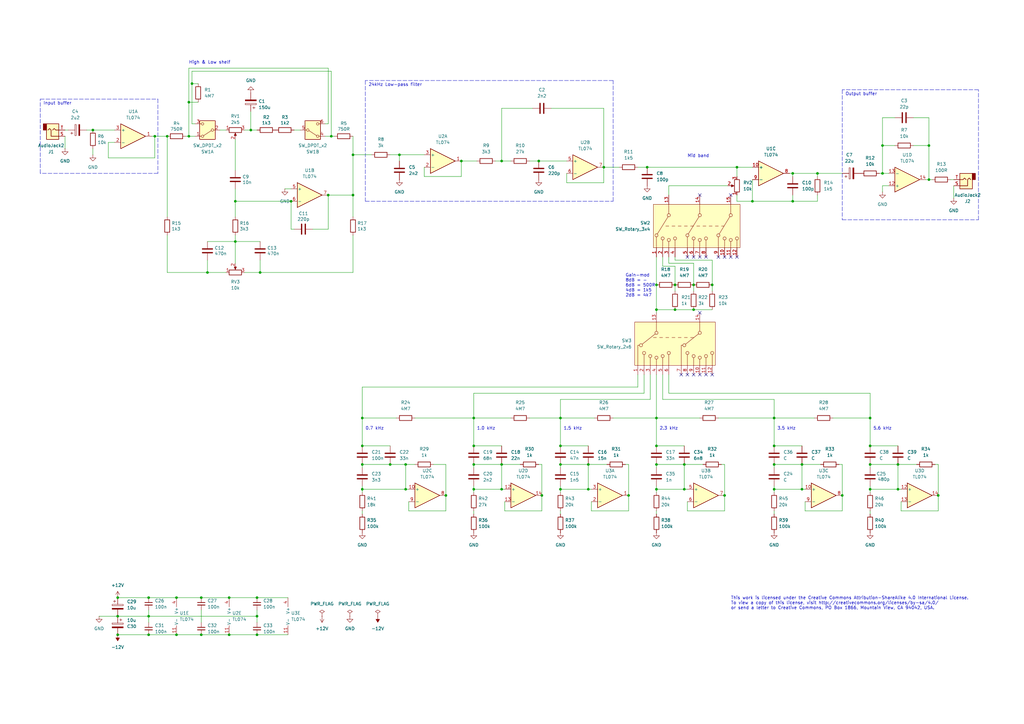
<source format=kicad_sch>
(kicad_sch (version 20231120) (generator "eeschema") (generator_version "8.0")
  (paper "A3")
  (title_block (title "SIAM 295b") (date "2024-05-10") (rev "06") (company "Greybox Audio") (comment 1 "Siemens Inspired Audio Module") (comment 2 "=^x^="))
  (junction (at 135.89 55.88))
  (junction (at 292.1 116.84))
  (junction (at 134.62 80.01))
  (junction (at 96.52 99.06))
  (junction (at 160.02 190.5))
  (junction (at 85.09 111.76))
  (junction (at 361.95 59.69))
  (junction (at 317.5 200.66))
  (junction (at 148.59 200.66))
  (junction (at 356.87 190.5))
  (junction (at 269.24 190.5))
  (junction (at 163.83 63.5))
  (junction (at 335.28 71.12))
  (junction (at 308.61 82.55))
  (junction (at 77.47 55.88))
  (junction (at 96.52 82.55))
  (junction (at 194.31 200.66))
  (junction (at 269.24 171.45))
  (junction (at 222.25 203.2))
  (junction (at 60.96 260.35))
  (junction (at 265.43 68.58))
  (junction (at 148.59 171.45))
  (junction (at 280.67 200.66))
  (junction (at 148.59 190.5))
  (junction (at 72.39 245.11))
  (junction (at 317.5 190.5))
  (junction (at 144.78 80.01))
  (junction (at 328.93 190.5))
  (junction (at 229.87 171.45))
  (junction (at 82.55 245.11))
  (junction (at 189.23 66.04))
  (junction (at 368.3 190.5))
  (junction (at 284.48 127))
  (junction (at 229.87 190.5))
  (junction (at 241.3 190.5))
  (junction (at 194.31 182.88))
  (junction (at 38.1 53.34))
  (junction (at 166.37 200.66))
  (junction (at 68.58 55.88))
  (junction (at 345.44 203.2))
  (junction (at 48.26 260.35))
  (junction (at 368.3 200.66))
  (junction (at 205.74 190.5))
  (junction (at 119.38 82.55))
  (junction (at 229.87 182.88))
  (junction (at 144.78 63.5))
  (junction (at 302.26 68.58))
  (junction (at 93.98 260.35))
  (junction (at 105.41 245.11))
  (junction (at 317.5 171.45))
  (junction (at 72.39 260.35))
  (junction (at 102.87 53.34))
  (junction (at 78.74 34.29))
  (junction (at 276.86 116.84))
  (junction (at 63.5 55.88))
  (junction (at 384.81 203.2))
  (junction (at 269.24 127))
  (junction (at 60.96 245.11))
  (junction (at 361.95 71.12))
  (junction (at 269.24 200.66))
  (junction (at 356.87 200.66))
  (junction (at 325.12 71.12))
  (junction (at 280.67 190.5))
  (junction (at 247.65 68.58))
  (junction (at 106.68 111.76))
  (junction (at 269.24 182.88))
  (junction (at 182.88 203.2))
  (junction (at 220.98 66.04))
  (junction (at 48.26 252.73))
  (junction (at 257.81 203.2))
  (junction (at 317.5 182.88))
  (junction (at 284.48 116.84))
  (junction (at 229.87 200.66))
  (junction (at 60.96 252.73))
  (junction (at 205.74 200.66))
  (junction (at 325.12 82.55))
  (junction (at 194.31 190.5))
  (junction (at 93.98 245.11))
  (junction (at 269.24 116.84))
  (junction (at 105.41 252.73))
  (junction (at 381 73.66))
  (junction (at 297.18 203.2))
  (junction (at 381 59.69))
  (junction (at 194.31 171.45))
  (junction (at 356.87 182.88))
  (junction (at 328.93 200.66))
  (junction (at 82.55 260.35))
  (junction (at 148.59 182.88))
  (junction (at 166.37 190.5))
  (junction (at 356.87 171.45))
  (junction (at 105.41 260.35))
  (junction (at 205.74 66.04))
  (junction (at 241.3 200.66))
  (junction (at 77.47 41.91))
  (junction (at 276.86 127))
  (junction (at 48.26 245.11))
  (no_connect (at 279.4 153.67))
  (no_connect (at 281.94 153.67))
  (no_connect (at 284.48 153.67))
  (no_connect (at 287.02 128.27))
  (no_connect (at 287.02 153.67))
  (no_connect (at 289.56 153.67))
  (no_connect (at 292.1 153.67))
  (no_connect (at 294.64 105.41))
  (no_connect (at 297.18 105.41))
  (no_connect (at 299.72 105.41))
  (no_connect (at 302.26 105.41))
  (no_connect (at 281.94 105.41))
  (no_connect (at 284.48 105.41))
  (no_connect (at 287.02 105.41))
  (no_connect (at 289.56 105.41))
  (no_connect (at 287.02 80.01))
  (no_connect (at 299.72 80.01))
  (wire (pts (xy 335.28 71.12) (xy 335.28 72.39)))
  (wire (pts (xy 76.2 55.88) (xy 77.47 55.88)))
  (wire (pts (xy 356.87 190.5) (xy 368.3 190.5)))
  (wire (pts (xy 391.16 76.2) (xy 391.16 81.28)))
  (wire (pts (xy 361.95 48.26) (xy 361.95 59.69)))
  (wire (pts (xy 335.28 82.55) (xy 325.12 82.55)))
  (wire (pts (xy 274.32 153.67) (xy 274.32 161.29)))
  (wire (pts (xy 374.65 59.69) (xy 381 59.69)))
  (wire (pts (xy 105.41 252.73) (xy 105.41 255.27)))
  (wire (pts (xy 269.24 209.55) (xy 269.24 210.82)))
  (wire (pts (xy 356.87 161.29) (xy 356.87 171.45)))
  (wire (pts (xy 317.5 200.66) (xy 328.93 200.66)))
  (wire (pts (xy 297.18 190.5) (xy 297.18 203.2)))
  (wire (pts (xy 134.62 80.01) (xy 144.78 80.01)))
  (wire (pts (xy 167.64 205.74) (xy 167.64 209.55)))
  (wire (pts (xy 77.47 41.91) (xy 77.47 55.88)))
  (wire (pts (xy 383.54 190.5) (xy 384.81 190.5)))
  (wire (pts (xy 78.74 29.21) (xy 78.74 34.29)))
  (wire (pts (xy 241.3 200.66) (xy 242.57 200.66)))
  (wire (pts (xy 276.86 106.68) (xy 276.86 105.41)))
  (wire (pts (xy 368.3 200.66) (xy 369.57 200.66)))
  (wire (pts (xy 229.87 171.45) (xy 229.87 182.88)))
  (wire (pts (xy 78.74 34.29) (xy 81.28 34.29)))
  (wire (pts (xy 302.26 82.55) (xy 302.26 80.01)))
  (wire (pts (xy 144.78 80.01) (xy 144.78 88.9)))
  (wire (pts (xy 323.85 71.12) (xy 325.12 71.12)))
  (wire (pts (xy 40.64 252.73) (xy 48.26 252.73)))
  (wire (pts (xy 85.09 99.06) (xy 96.52 99.06)))
  (wire (pts (xy 194.31 209.55) (xy 194.31 210.82)))
  (wire (pts (xy 78.74 34.29) (xy 78.74 50.8)))
  (wire (pts (xy 356.87 209.55) (xy 356.87 210.82)))
  (wire (pts (xy 194.31 190.5) (xy 205.74 190.5)))
  (wire (pts (xy 389.89 73.66) (xy 391.16 73.66)))
  (wire (pts (xy 177.8 190.5) (xy 182.88 190.5)))
  (wire (pts (xy 229.87 209.55) (xy 229.87 210.82)))
  (wire (pts (xy 269.24 190.5) (xy 280.67 190.5)))
  (wire (pts (xy 317.5 171.45) (xy 317.5 163.83)))
  (wire (pts (xy 194.31 200.66) (xy 205.74 200.66)))
  (wire (pts (xy 148.59 190.5) (xy 148.59 191.77)))
  (wire (pts (xy 381 48.26) (xy 381 59.69)))
  (wire (pts (xy 100.33 111.76) (xy 106.68 111.76)))
  (wire (pts (xy 269.24 171.45) (xy 269.24 182.88)))
  (wire (pts (xy 222.25 209.55) (xy 222.25 203.2)))
  (wire (pts (xy 106.68 111.76) (xy 144.78 111.76)))
  (wire (pts (xy 328.93 190.5) (xy 336.55 190.5)))
  (wire (pts (xy 381 73.66) (xy 381 59.69)))
  (wire (pts (xy 257.81 190.5) (xy 257.81 203.2)))
  (wire (pts (xy 266.7 163.83) (xy 266.7 153.67)))
  (wire (pts (xy 308.61 82.55) (xy 302.26 82.55)))
  (wire (pts (xy 292.1 106.68) (xy 276.86 106.68)))
  (wire (pts (xy 44.45 58.42) (xy 44.45 64.77)))
  (wire (pts (xy 102.87 45.72) (xy 102.87 53.34)))
  (wire (pts (xy 247.65 44.45) (xy 247.65 68.58)))
  (wire (pts (xy 381 73.66) (xy 382.27 73.66)))
  (wire (pts (xy 133.35 50.8) (xy 134.62 50.8)))
  (wire (pts (xy 160.02 182.88) (xy 148.59 182.88)))
  (wire (pts (xy 276.86 116.84) (xy 276.86 109.22)))
  (wire (pts (xy 48.26 245.11) (xy 60.96 245.11)))
  (wire (pts (xy 242.57 209.55) (xy 257.81 209.55)))
  (wire (pts (xy 356.87 200.66) (xy 368.3 200.66)))
  (wire (pts (xy 284.48 116.84) (xy 284.48 107.95)))
  (wire (pts (xy 297.18 209.55) (xy 297.18 203.2)))
  (polyline (pts (xy 149.86 33.02) (xy 149.86 82.55)) (stroke (width 0) (type dash)))
  (wire (pts (xy 341.63 171.45) (xy 356.87 171.45)))
  (wire (pts (xy 120.65 93.98) (xy 119.38 93.98)))
  (wire (pts (xy 229.87 163.83) (xy 266.7 163.83)))
  (wire (pts (xy 222.25 190.5) (xy 222.25 203.2)))
  (wire (pts (xy 317.5 199.39) (xy 317.5 200.66)))
  (wire (pts (xy 68.58 55.88) (xy 68.58 88.9)))
  (wire (pts (xy 251.46 171.45) (xy 269.24 171.45)))
  (wire (pts (xy 369.57 209.55) (xy 384.81 209.55)))
  (polyline (pts (xy 16.51 40.64) (xy 64.77 40.64)) (stroke (width 0) (type dash)))
  (wire (pts (xy 78.74 29.21) (xy 135.89 29.21)))
  (wire (pts (xy 105.41 245.11) (xy 118.11 245.11)))
  (wire (pts (xy 367.03 48.26) (xy 361.95 48.26)))
  (wire (pts (xy 205.74 66.04) (xy 209.55 66.04)))
  (polyline (pts (xy 64.77 71.12) (xy 16.51 71.12)) (stroke (width 0) (type dash)))
  (wire (pts (xy 369.57 205.74) (xy 369.57 209.55)))
  (wire (pts (xy 361.95 76.2) (xy 364.49 76.2)))
  (wire (pts (xy 144.78 63.5) (xy 152.4 63.5)))
  (wire (pts (xy 280.67 200.66) (xy 281.94 200.66)))
  (wire (pts (xy 182.88 190.5) (xy 182.88 203.2)))
  (wire (pts (xy 48.26 252.73) (xy 60.96 252.73)))
  (wire (pts (xy 317.5 163.83) (xy 271.78 163.83)))
  (wire (pts (xy 328.93 190.5) (xy 328.93 200.66)))
  (wire (pts (xy 274.32 76.2) (xy 298.45 76.2)))
  (wire (pts (xy 264.16 161.29) (xy 264.16 153.67)))
  (wire (pts (xy 241.3 182.88) (xy 229.87 182.88)))
  (wire (pts (xy 160.02 190.5) (xy 166.37 190.5)))
  (wire (pts (xy 226.06 44.45) (xy 247.65 44.45)))
  (wire (pts (xy 144.78 80.01) (xy 144.78 63.5)))
  (wire (pts (xy 189.23 66.04) (xy 195.58 66.04)))
  (wire (pts (xy 96.52 96.52) (xy 96.52 99.06)))
  (wire (pts (xy 148.59 200.66) (xy 166.37 200.66)))
  (wire (pts (xy 345.44 190.5) (xy 345.44 203.2)))
  (wire (pts (xy 308.61 73.66) (xy 308.61 82.55)))
  (wire (pts (xy 284.48 127) (xy 292.1 127)))
  (wire (pts (xy 116.84 77.47) (xy 119.38 77.47)))
  (wire (pts (xy 269.24 200.66) (xy 269.24 201.93)))
  (wire (pts (xy 280.67 190.5) (xy 288.29 190.5)))
  (wire (pts (xy 105.41 260.35) (xy 118.11 260.35)))
  (wire (pts (xy 148.59 199.39) (xy 148.59 200.66)))
  (wire (pts (xy 194.31 171.45) (xy 194.31 161.29)))
  (wire (pts (xy 96.52 77.47) (xy 96.52 82.55)))
  (wire (pts (xy 243.84 171.45) (xy 229.87 171.45)))
  (wire (pts (xy 133.35 55.88) (xy 135.89 55.88)))
  (wire (pts (xy 82.55 245.11) (xy 93.98 245.11)))
  (wire (pts (xy 317.5 209.55) (xy 317.5 210.82)))
  (wire (pts (xy 280.67 190.5) (xy 280.67 200.66)))
  (wire (pts (xy 96.52 82.55) (xy 119.38 82.55)))
  (wire (pts (xy 203.2 66.04) (xy 205.74 66.04)))
  (wire (pts (xy 166.37 190.5) (xy 166.37 200.66)))
  (wire (pts (xy 182.88 209.55) (xy 182.88 203.2)))
  (wire (pts (xy 90.17 53.34) (xy 92.71 53.34)))
  (wire (pts (xy 241.3 190.5) (xy 248.92 190.5)))
  (wire (pts (xy 284.48 107.95) (xy 274.32 107.95)))
  (wire (pts (xy 335.28 71.12) (xy 345.44 71.12)))
  (wire (pts (xy 60.96 260.35) (xy 72.39 260.35)))
  (wire (pts (xy 173.99 72.39) (xy 189.23 72.39)))
  (wire (pts (xy 166.37 200.66) (xy 167.64 200.66)))
  (wire (pts (xy 194.31 200.66) (xy 194.31 201.93)))
  (wire (pts (xy 361.95 71.12) (xy 361.95 59.69)))
  (wire (pts (xy 205.74 190.5) (xy 205.74 200.66)))
  (wire (pts (xy 356.87 190.5) (xy 356.87 191.77)))
  (wire (pts (xy 256.54 190.5) (xy 257.81 190.5)))
  (wire (pts (xy 229.87 190.5) (xy 229.87 191.77)))
  (wire (pts (xy 229.87 163.83) (xy 229.87 171.45)))
  (wire (pts (xy 317.5 200.66) (xy 317.5 201.93)))
  (polyline (pts (xy 251.46 33.02) (xy 149.86 33.02)) (stroke (width 0) (type dash)))
  (wire (pts (xy 229.87 200.66) (xy 229.87 201.93)))
  (wire (pts (xy 96.52 82.55) (xy 96.52 88.9)))
  (wire (pts (xy 119.38 82.55) (xy 119.38 93.98)))
  (wire (pts (xy 292.1 106.68) (xy 292.1 116.84)))
  (wire (pts (xy 271.78 163.83) (xy 271.78 153.67)))
  (wire (pts (xy 134.62 93.98) (xy 128.27 93.98)))
  (wire (pts (xy 163.83 63.5) (xy 160.02 63.5)))
  (wire (pts (xy 265.43 68.58) (xy 302.26 68.58)))
  (wire (pts (xy 276.86 127) (xy 269.24 127)))
  (wire (pts (xy 205.74 66.04) (xy 205.74 44.45)))
  (wire (pts (xy 335.28 80.01) (xy 335.28 82.55)))
  (wire (pts (xy 194.31 199.39) (xy 194.31 200.66)))
  (wire (pts (xy 325.12 71.12) (xy 325.12 72.39)))
  (wire (pts (xy 360.68 71.12) (xy 361.95 71.12)))
  (wire (pts (xy 261.62 158.75) (xy 148.59 158.75)))
  (wire (pts (xy 207.01 209.55) (xy 222.25 209.55)))
  (wire (pts (xy 35.56 53.34) (xy 38.1 53.34)))
  (wire (pts (xy 361.95 76.2) (xy 361.95 78.74)))
  (wire (pts (xy 274.32 76.2) (xy 274.32 80.01)))
  (wire (pts (xy 368.3 182.88) (xy 356.87 182.88)))
  (wire (pts (xy 173.99 68.58) (xy 173.99 72.39)))
  (wire (pts (xy 68.58 96.52) (xy 68.58 111.76)))
  (wire (pts (xy 96.52 57.15) (xy 96.52 69.85)))
  (wire (pts (xy 77.47 27.94) (xy 77.47 41.91)))
  (wire (pts (xy 345.44 209.55) (xy 345.44 203.2)))
  (wire (pts (xy 281.94 209.55) (xy 297.18 209.55)))
  (wire (pts (xy 148.59 200.66) (xy 148.59 201.93)))
  (wire (pts (xy 93.98 245.11) (xy 105.41 245.11)))
  (wire (pts (xy 106.68 106.68) (xy 106.68 111.76)))
  (wire (pts (xy 220.98 190.5) (xy 222.25 190.5)))
  (wire (pts (xy 26.67 53.34) (xy 27.94 53.34)))
  (wire (pts (xy 269.24 116.84) (xy 269.24 127)))
  (wire (pts (xy 148.59 158.75) (xy 148.59 171.45)))
  (wire (pts (xy 302.26 68.58) (xy 302.26 72.39)))
  (wire (pts (xy 330.2 205.74) (xy 330.2 209.55)))
  (wire (pts (xy 205.74 190.5) (xy 213.36 190.5)))
  (wire (pts (xy 60.96 252.73) (xy 60.96 255.27)))
  (wire (pts (xy 328.93 200.66) (xy 330.2 200.66)))
  (polyline (pts (xy 345.44 90.17) (xy 401.32 90.17)) (stroke (width 0) (type dash)))
  (wire (pts (xy 269.24 190.5) (xy 269.24 191.77)))
  (wire (pts (xy 276.86 127) (xy 284.48 127)))
  (wire (pts (xy 205.74 182.88) (xy 194.31 182.88)))
  (wire (pts (xy 44.45 64.77) (xy 63.5 64.77)))
  (wire (pts (xy 379.73 73.66) (xy 381 73.66)))
  (wire (pts (xy 269.24 200.66) (xy 280.67 200.66)))
  (wire (pts (xy 269.24 105.41) (xy 269.24 116.84)))
  (wire (pts (xy 38.1 53.34) (xy 46.99 53.34)))
  (wire (pts (xy 68.58 111.76) (xy 85.09 111.76)))
  (wire (pts (xy 356.87 200.66) (xy 356.87 201.93)))
  (wire (pts (xy 48.26 260.35) (xy 60.96 260.35)))
  (wire (pts (xy 294.64 171.45) (xy 317.5 171.45)))
  (wire (pts (xy 205.74 200.66) (xy 207.01 200.66)))
  (wire (pts (xy 85.09 111.76) (xy 92.71 111.76)))
  (wire (pts (xy 261.62 68.58) (xy 265.43 68.58)))
  (wire (pts (xy 163.83 66.04) (xy 163.83 63.5)))
  (wire (pts (xy 229.87 199.39) (xy 229.87 200.66)))
  (wire (pts (xy 325.12 71.12) (xy 335.28 71.12)))
  (wire (pts (xy 163.83 63.5) (xy 173.99 63.5)))
  (wire (pts (xy 232.41 74.93) (xy 247.65 74.93)))
  (wire (pts (xy 148.59 190.5) (xy 160.02 190.5)))
  (wire (pts (xy 317.5 190.5) (xy 317.5 191.77)))
  (wire (pts (xy 166.37 190.5) (xy 170.18 190.5)))
  (wire (pts (xy 194.31 190.5) (xy 194.31 191.77)))
  (wire (pts (xy 271.78 109.22) (xy 271.78 105.41)))
  (wire (pts (xy 96.52 99.06) (xy 96.52 107.95)))
  (wire (pts (xy 242.57 205.74) (xy 242.57 209.55)))
  (wire (pts (xy 77.47 55.88) (xy 80.01 55.88)))
  (wire (pts (xy 308.61 82.55) (xy 325.12 82.55)))
  (polyline (pts (xy 16.51 71.12) (xy 16.51 40.64)) (stroke (width 0) (type dash)))
  (wire (pts (xy 72.39 260.35) (xy 82.55 260.35)))
  (wire (pts (xy 330.2 209.55) (xy 345.44 209.55)))
  (wire (pts (xy 317.5 171.45) (xy 317.5 182.88)))
  (polyline (pts (xy 251.46 82.55) (xy 251.46 33.02)) (stroke (width 0) (type dash)))
  (polyline (pts (xy 345.44 36.83) (xy 345.44 90.17)) (stroke (width 0) (type dash)))
  (wire (pts (xy 148.59 209.55) (xy 148.59 210.82)))
  (wire (pts (xy 194.31 171.45) (xy 194.31 182.88)))
  (wire (pts (xy 276.86 109.22) (xy 271.78 109.22)))
  (wire (pts (xy 60.96 252.73) (xy 105.41 252.73)))
  (wire (pts (xy 368.3 190.5) (xy 375.92 190.5)))
  (wire (pts (xy 63.5 55.88) (xy 68.58 55.88)))
  (wire (pts (xy 374.65 48.26) (xy 381 48.26)))
  (wire (pts (xy 356.87 199.39) (xy 356.87 200.66)))
  (wire (pts (xy 63.5 55.88) (xy 63.5 64.77)))
  (wire (pts (xy 38.1 60.96) (xy 38.1 63.5)))
  (wire (pts (xy 229.87 190.5) (xy 241.3 190.5)))
  (wire (pts (xy 137.16 55.88) (xy 135.89 55.88)))
  (wire (pts (xy 261.62 153.67) (xy 261.62 158.75)))
  (wire (pts (xy 217.17 171.45) (xy 229.87 171.45)))
  (wire (pts (xy 144.78 63.5) (xy 144.78 55.88)))
  (wire (pts (xy 325.12 80.01) (xy 325.12 82.55)))
  (wire (pts (xy 302.26 68.58) (xy 308.61 68.58)))
  (wire (pts (xy 284.48 116.84) (xy 284.48 119.38)))
  (wire (pts (xy 85.09 106.68) (xy 85.09 111.76)))
  (wire (pts (xy 207.01 205.74) (xy 207.01 209.55)))
  (wire (pts (xy 60.96 250.19) (xy 60.96 252.73)))
  (wire (pts (xy 269.24 127) (xy 269.24 128.27)))
  (wire (pts (xy 134.62 80.01) (xy 134.62 93.98)))
  (wire (pts (xy 328.93 182.88) (xy 317.5 182.88)))
  (wire (pts (xy 77.47 41.91) (xy 81.28 41.91)))
  (wire (pts (xy 44.45 58.42) (xy 46.99 58.42)))
  (wire (pts (xy 368.3 190.5) (xy 368.3 200.66)))
  (wire (pts (xy 280.67 182.88) (xy 269.24 182.88)))
  (wire (pts (xy 356.87 171.45) (xy 356.87 182.88)))
  (wire (pts (xy 269.24 199.39) (xy 269.24 200.66)))
  (wire (pts (xy 148.59 171.45) (xy 148.59 182.88)))
  (wire (pts (xy 134.62 27.94) (xy 134.62 50.8)))
  (wire (pts (xy 292.1 116.84) (xy 292.1 119.38)))
  (wire (pts (xy 194.31 171.45) (xy 209.55 171.45)))
  (wire (pts (xy 100.33 53.34) (xy 102.87 53.34)))
  (wire (pts (xy 170.18 171.45) (xy 194.31 171.45)))
  (wire (pts (xy 257.81 209.55) (xy 257.81 203.2)))
  (wire (pts (xy 60.96 245.11) (xy 72.39 245.11)))
  (wire (pts (xy 361.95 71.12) (xy 364.49 71.12)))
  (wire (pts (xy 96.52 99.06) (xy 106.68 99.06)))
  (wire (pts (xy 220.98 66.04) (xy 232.41 66.04)))
  (wire (pts (xy 80.01 50.8) (xy 78.74 50.8)))
  (wire (pts (xy 135.89 29.21) (xy 135.89 55.88)))
  (wire (pts (xy 269.24 153.67) (xy 269.24 171.45)))
  (wire (pts (xy 232.41 71.12) (xy 232.41 74.93)))
  (wire (pts (xy 105.41 250.19) (xy 105.41 252.73)))
  (wire (pts (xy 144.78 96.52) (xy 144.78 111.76)))
  (wire (pts (xy 269.24 171.45) (xy 287.02 171.45)))
  (polyline (pts (xy 401.32 90.17) (xy 401.32 36.83)) (stroke (width 0) (type dash)))
  (wire (pts (xy 102.87 53.34) (xy 105.41 53.34)))
  (wire (pts (xy 217.17 66.04) (xy 220.98 66.04)))
  (wire (pts (xy 82.55 260.35) (xy 93.98 260.35)))
  (polyline (pts (xy 401.32 36.83) (xy 345.44 36.83)) (stroke (width 0) (type dash)))
  (wire (pts (xy 205.74 44.45) (xy 218.44 44.45)))
  (wire (pts (xy 229.87 200.66) (xy 241.3 200.66)))
  (wire (pts (xy 384.81 190.5) (xy 384.81 203.2)))
  (wire (pts (xy 26.67 55.88) (xy 26.67 60.96)))
  (wire (pts (xy 62.23 55.88) (xy 63.5 55.88)))
  (wire (pts (xy 167.64 209.55) (xy 182.88 209.55)))
  (wire (pts (xy 77.47 27.94) (xy 134.62 27.94)))
  (wire (pts (xy 317.5 190.5) (xy 328.93 190.5)))
  (polyline (pts (xy 149.86 82.55) (xy 251.46 82.55)) (stroke (width 0) (type dash)))
  (wire (pts (xy 194.31 161.29) (xy 264.16 161.29)))
  (wire (pts (xy 189.23 72.39) (xy 189.23 66.04)))
  (wire (pts (xy 274.32 107.95) (xy 274.32 105.41)))
  (wire (pts (xy 72.39 245.11) (xy 82.55 245.11)))
  (wire (pts (xy 384.81 209.55) (xy 384.81 203.2)))
  (wire (pts (xy 344.17 190.5) (xy 345.44 190.5)))
  (wire (pts (xy 295.91 190.5) (xy 297.18 190.5)))
  (wire (pts (xy 276.86 116.84) (xy 276.86 119.38)))
  (polyline (pts (xy 64.77 40.64) (xy 64.77 71.12)) (stroke (width 0) (type dash)))
  (wire (pts (xy 148.59 171.45) (xy 162.56 171.45)))
  (wire (pts (xy 317.5 171.45) (xy 334.01 171.45)))
  (wire (pts (xy 120.65 53.34) (xy 123.19 53.34)))
  (wire (pts (xy 93.98 260.35) (xy 105.41 260.35)))
  (wire (pts (xy 281.94 205.74) (xy 281.94 209.55)))
  (wire (pts (xy 247.65 68.58) (xy 254 68.58)))
  (wire (pts (xy 82.55 250.19) (xy 82.55 255.27)))
  (wire (pts (xy 361.95 59.69) (xy 367.03 59.69)))
  (wire (pts (xy 241.3 190.5) (xy 241.3 200.66)))
  (wire (pts (xy 274.32 161.29) (xy 356.87 161.29)))
  (wire (pts (xy 247.65 74.93) (xy 247.65 68.58)))
  (text "5.6 kHz" (at 358.14 176.53 0) (effects (font (size 1.27 1.27)) (justify left bottom)))
  (text "1.0 kHz" (at 195.58 176.53 0) (effects (font (size 1.27 1.27)) (justify left bottom)))
  (text "High & Low shelf" (at 77.47 26.416 0) (effects (font (size 1.27 1.27)) (justify left bottom)))
  (text "0.7 kHz" (at 149.86 176.53 0) (effects (font (size 1.27 1.27)) (justify left bottom)))
  (text "Gain-mod\n8dB = -\n6dB = 500R\n4dB = 1k5\n2dB = 4k7" (at 256.54 121.92 0) (effects (font (size 1.27 1.27)) (justify left bottom)))
  (text "1.5 kHz" (at 231.14 176.53 0) (effects (font (size 1.27 1.27)) (justify left bottom)))
  (text "Output buffer" (at 346.71 39.37 0) (effects (font (size 1.27 1.27)) (justify left bottom)))
  (text "2.3 kHz" (at 270.51 176.53 0) (effects (font (size 1.27 1.27)) (justify left bottom)))
  (text "Input buffer" (at 17.78 43.18 0) (effects (font (size 1.27 1.27)) (justify left bottom)))
  (text "3.5 kHz" (at 318.77 176.53 0) (effects (font (size 1.27 1.27)) (justify left bottom)))
  (text "24kHz Low-pass filter" (at 151.13 35.56 0) (effects (font (size 1.27 1.27)) (justify left bottom)))
  (text "Mid band" (at 281.94 64.77 0) (effects (font (size 1.27 1.27)) (justify left bottom)))
  (text "This work is licensed under the Creative Commons Attribution-ShareAlike 4.0 International License.\nTo view a copy of this license, visit http://creativecommons.org/licenses/by-sa/4.0/\nor send a letter to Creative Commons, PO Box 1866, Mountain View, CA 94042, USA." (at 299.72 250.19 0) (effects (font (size 1.27 1.27)) (justify left bottom)))
  (symbol (lib_id "Device:C") (at 124.46 93.98 90) (unit 1)
    (property "Reference" "C11" (at 124.46 87.5792 90))
    (property "Value" "220p" (at 124.46 89.8906 90))
    (property "Footprint" "Capacitor_SMD:C_0805_2012Metric" (effects (hide yes)))
  )
  (symbol (lib_id "Device:R") (at 72.39 55.88 90) (unit 1)
    (property "Reference" "R4" (at 72.39 50.6222 90))
    (property "Value" "750R" (at 72.39 52.9336 90))
    (property "Footprint" "Resistor_THT:R_Axial_DIN0207_L6.3mm_D2.5mm_P10.16mm_Horizontal" (effects (hide yes)))
  )
  (symbol (lib_id "Device:R") (at 68.58 92.71 0) (unit 1)
    (property "Reference" "R15" (at 70.358 91.5416 0) (effects (justify left)))
    (property "Value" "1k3" (at 70.358 93.853 0) (effects (justify left)))
    (property "Footprint" "Resistor_THT:R_Axial_DIN0207_L6.3mm_D2.5mm_P10.16mm_Horizontal" (effects (hide yes)))
  )
  (symbol (lib_id "Device:R") (at 96.52 92.71 0) (unit 1)
    (property "Reference" "R16" (at 98.298 91.5416 0) (effects (justify left)))
    (property "Value" "3k3" (at 98.298 93.853 0) (effects (justify left)))
    (property "Footprint" "Resistor_THT:R_Axial_DIN0207_L6.3mm_D2.5mm_P10.16mm_Horizontal" (effects (hide yes)))
  )
  (symbol (lib_id "Device:R") (at 144.78 92.71 0) (unit 1)
    (property "Reference" "R17" (at 146.558 91.5416 0) (effects (justify left)))
    (property "Value" "1k3" (at 146.558 93.853 0) (effects (justify left)))
    (property "Footprint" "Resistor_THT:R_Axial_DIN0207_L6.3mm_D2.5mm_P10.16mm_Horizontal" (effects (hide yes)))
  )
  (symbol (lib_id "Device:R") (at 140.97 55.88 90) (unit 1)
    (property "Reference" "R5" (at 140.97 50.6222 90))
    (property "Value" "750R" (at 140.97 52.9336 90))
    (property "Footprint" "Resistor_THT:R_Axial_DIN0207_L6.3mm_D2.5mm_P10.16mm_Horizontal" (effects (hide yes)))
  )
  (symbol (lib_id "Device:C") (at 96.52 73.66 0) (unit 1)
    (property "Reference" "C9" (at 99.441 72.4916 0) (effects (justify left)))
    (property "Value" "10n" (at 99.441 74.803 0) (effects (justify left)))
    (property "Footprint" "Capacitor_THT:C_Rect_L10.0mm_W2.5mm_P7.50mm_MKS4" (effects (hide yes)))
  )
  (symbol (lib_id "Device:C") (at 85.09 102.87 0) (unit 1)
    (property "Reference" "C12" (at 88.011 101.7016 0) (effects (justify left)))
    (property "Value" "470n" (at 88.011 104.013 0) (effects (justify left)))
    (property "Footprint" "Capacitor_THT:C_Rect_L10.0mm_W2.5mm_P7.50mm_MKS4" (effects (hide yes)))
  )
  (symbol (lib_id "Device:C") (at 106.68 102.87 0) (unit 1)
    (property "Reference" "C13" (at 109.601 101.7016 0) (effects (justify left)))
    (property "Value" "470n" (at 109.601 104.013 0) (effects (justify left)))
    (property "Footprint" "Capacitor_THT:C_Rect_L10.0mm_W2.5mm_P7.50mm_MKS4" (effects (hide yes)))
  )
  (symbol (lib_id "Device:C_Small") (at 105.41 257.81 0) (unit 1)
    (property "Reference" "C33" (at 107.95 256.5462 0) (effects (justify left)))
    (property "Value" "100n" (at 107.95 259.0862 0) (effects (justify left)))
    (property "Footprint" "Capacitor_SMD:C_0805_2012Metric" (effects (hide yes)))
    (property "Description" "Unpolarized capacitor, small symbol" (effects (hide yes)))
  )
  (symbol (lib_id "Amplifier_Operational:TL074") (at 377.19 203.2 0) (unit 4)
    (property "Reference" "U3" (at 377.19 193.04 0))
    (property "Value" "TL074" (at 377.19 195.58 0))
    (property "Footprint" "Package_SO:SOIC-14_3.9x8.7mm_P1.27mm" (effects (hide yes)))
    (property "Datasheet" "http://www.ti.com/lit/ds/symlink/tl071.pdf" (effects (hide yes)))
  )
  (symbol (lib_name "SW_DPDT_x2_1") (lib_id "Switch:SW_DPDT_x2") (at 85.09 53.34 180) (unit 1)
    (property "Reference" "SW1" (at 85.09 62.23 0))
    (property "Value" "SW_DPDT_x2" (at 85.09 59.69 0))
    (property "Footprint" "Connector_PinHeader_2.54mm:PinHeader_2x03_P2.54mm_Vertical" (effects (hide yes)))
    (property "Description" "Switch, dual pole double throw, separate symbols" (effects (hide yes)))
  )
  (symbol (lib_id "Device:R") (at 109.22 53.34 90) (unit 1)
    (property "Reference" "R2" (at 109.22 48.0822 90))
    (property "Value" "1k3" (at 109.22 50.3936 90))
    (property "Footprint" "Resistor_THT:R_Axial_DIN0207_L6.3mm_D2.5mm_P10.16mm_Horizontal" (effects (hide yes)))
  )
  (symbol (lib_id "power:+12V") (at 132.08 252.73 0) (mirror x) (unit 1)
    (property "Reference" "#PWR019" (effects (hide yes)))
    (property "Value" "+12V" (at 132.08 257.81 0))
    (property "Description" "Power symbol creates a global label with name \"+12V\"" (effects (hide yes)))
  )
  (symbol (lib_id "Device:R") (at 269.24 205.74 0) (unit 1)
    (property "Reference" "R44" (at 271.145 204.4699 0) (effects (justify left)))
    (property "Value" "20k" (at 271.145 207.0099 0) (effects (justify left)))
    (property "Footprint" "Resistor_THT:R_Axial_DIN0207_L6.3mm_D2.5mm_P10.16mm_Horizontal" (effects (hide yes)))
  )
  (symbol (lib_id "Device:C") (at 229.87 186.69 0) (unit 1)
    (property "Reference" "C14" (at 233.68 185.4199 0) (effects (justify left)))
    (property "Value" "47n" (at 233.68 187.9599 0) (effects (justify left)))
    (property "Description" "Unpolarized capacitor" (effects (hide yes)))
  )
  (symbol (lib_id "Device:R") (at 284.48 123.19 0) (unit 1)
    (property "Reference" "R22" (at 286.385 121.9199 0) (effects (justify left)))
    (property "Value" "3k" (at 286.385 124.4599 0) (effects (justify left)))
    (property "Footprint" "Resistor_THT:R_Axial_DIN0207_L6.3mm_D2.5mm_P10.16mm_Horizontal" (effects (hide yes)))
  )
  (symbol (lib_id "Device:R") (at 317.5 214.63 0) (unit 1)
    (property "Reference" "R39" (at 319.405 213.3599 0) (effects (justify left)))
    (property "Value" "100k" (at 319.405 215.8999 0) (effects (justify left)))
    (property "Footprint" "Resistor_THT:R_Axial_DIN0207_L6.3mm_D2.5mm_P10.16mm_Horizontal" (effects (hide yes)))
  )
  (symbol (lib_id "Device:C") (at 265.43 72.39 0) (unit 1)
    (property "Reference" "C8" (at 269.24 71.1199 0) (effects (justify left)))
    (property "Value" "100p" (at 269.24 73.6599 0) (effects (justify left)))
    (property "Footprint" "Capacitor_SMD:C_0805_2012Metric" (effects (hide yes)))
  )
  (symbol (lib_id "power:GND") (at 391.16 81.28 0) (unit 1)
    (property "Reference" "#PWR09" (effects (hide yes)))
    (property "Value" "GND" (at 391.16 86.36 0))
    (property "Description" "Power symbol creates a global label with name \"GND\" , ground" (effects (hide yes)))
  )
  (symbol (lib_id "power:GND") (at 116.84 77.47 0) (unit 1)
    (property "Reference" "#PWR07" (effects (hide yes)))
    (property "Value" "GND" (at 116.84 82.55 0))
    (property "Description" "Power symbol creates a global label with name \"GND\" , ground" (effects (hide yes)))
  )
  (symbol (lib_id "Device:C") (at 148.59 186.69 0) (unit 1)
    (property "Reference" "C21" (at 152.4 185.4199 0) (effects (justify left)))
    (property "Value" "100n" (at 152.4 187.9599 0) (effects (justify left)))
    (property "Description" "Unpolarized capacitor" (effects (hide yes)))
  )
  (symbol (lib_id "Connector_Audio:AudioJack2") (at 21.59 53.34 0) (mirror x) (unit 1)
    (property "Reference" "J1" (at 20.955 62.23 0))
    (property "Value" "AudioJack2" (at 20.955 59.69 0))
    (property "Footprint" "Connector_PinHeader_2.54mm:PinHeader_1x02_P2.54mm_Vertical" (effects (hide yes)))
    (property "Description" "Audio Jack, 2 Poles (Mono / TS)" (effects (hide yes)))
  )
  (symbol (lib_id "Amplifier_Operational:TL074") (at 120.65 252.73 0) (unit 5)
    (property "Reference" "U3" (at 119.38 251.4599 0) (effects (justify left)))
    (property "Value" "TL074" (at 119.38 253.9999 0) (effects (justify left)))
    (property "Footprint" "Package_SO:SOIC-14_3.9x8.7mm_P1.27mm" (effects (hide yes)))
    (property "Datasheet" "http://www.ti.com/lit/ds/symlink/tl071.pdf" (effects (hide yes)))
  )
  (symbol (lib_id "Amplifier_Operational:TL074") (at 96.52 252.73 0) (unit 5)
    (property "Reference" "U2" (at 95.25 251.4599 0) (effects (justify left)))
    (property "Value" "TL074" (at 95.25 253.9999 0) (effects (justify left)))
    (property "Footprint" "Package_SO:SOIC-14_3.9x8.7mm_P1.27mm" (effects (hide yes)))
    (property "Datasheet" "http://www.ti.com/lit/ds/symlink/tl071.pdf" (effects (hide yes)))
  )
  (symbol (lib_id "Device:C") (at 163.83 69.85 0) (unit 1)
    (property "Reference" "C5" (at 167.64 68.5799 0) (effects (justify left)))
    (property "Value" "2n2" (at 167.64 71.1199 0) (effects (justify left)))
    (property "Footprint" "Capacitor_THT:C_Rect_L10.0mm_W2.5mm_P7.50mm_MKS4" (effects (hide yes)))
  )
  (symbol (lib_id "Device:R") (at 257.81 68.58 270) (unit 1)
    (property "Reference" "R11" (at 257.81 62.23 90))
    (property "Value" "1k5" (at 257.81 64.77 90))
    (property "Footprint" "Resistor_THT:R_Axial_DIN0207_L6.3mm_D2.5mm_P10.16mm_Horizontal" (effects (hide yes)))
  )
  (symbol (lib_id "Device:R") (at 252.73 190.5 90) (unit 1)
    (property "Reference" "R31" (at 252.73 184.15 90))
    (property "Value" "1k" (at 252.73 186.69 90))
    (property "Footprint" "Resistor_THT:R_Axial_DIN0207_L6.3mm_D2.5mm_P10.16mm_Horizontal" (effects (hide yes)))
  )
  (symbol (lib_id "power:PWR_FLAG") (at 132.08 252.73 0) (unit 1)
    (property "Reference" "#FLG02" (effects (hide yes)))
    (property "Value" "PWR_FLAG" (at 132.08 247.65 0))
    (property "Description" "Special symbol for telling ERC where power comes from" (effects (hide yes)))
  )
  (symbol (lib_id "Device:R") (at 273.05 116.84 90) (unit 1)
    (property "Reference" "R18" (at 273.05 110.49 90))
    (property "Value" "4M7" (at 273.05 113.03 90))
    (property "Footprint" "Resistor_THT:R_Axial_DIN0207_L6.3mm_D2.5mm_P2.54mm_Vertical" (effects (hide yes)))
  )
  (symbol (lib_id "Device:C") (at 194.31 195.58 0) (unit 1)
    (property "Reference" "C20" (at 198.12 194.3099 0) (effects (justify left)))
    (property "Value" "2n2" (at 198.12 196.8499 0) (effects (justify left)))
    (property "Description" "Unpolarized capacitor" (effects (hide yes)))
  )
  (symbol (lib_id "power:GND") (at 361.95 78.74 0) (unit 1)
    (property "Reference" "#PWR08" (effects (hide yes)))
    (property "Value" "GND" (at 361.95 83.82 0))
    (property "Description" "Power symbol creates a global label with name \"GND\" , ground" (effects (hide yes)))
  )
  (symbol (lib_id "Device:C") (at 368.3 186.69 0) (unit 1)
    (property "Reference" "C39" (at 372.11 185.4199 0) (effects (justify left)))
    (property "Value" "C" (at 372.11 187.9599 0) (effects (justify left)))
    (property "Description" "Unpolarized capacitor" (effects (hide yes)))
  )
  (symbol (lib_id "Device:R") (at 288.29 116.84 90) (unit 1)
    (property "Reference" "R20" (at 288.29 110.49 90))
    (property "Value" "4M7" (at 288.29 113.03 90))
    (property "Footprint" "Resistor_THT:R_Axial_DIN0207_L6.3mm_D2.5mm_P2.54mm_Vertical" (effects (hide yes)))
  )
  (symbol (lib_id "Amplifier_Operational:TL074") (at 175.26 203.2 0) (unit 3)
    (property "Reference" "U2" (at 175.26 193.04 0))
    (property "Value" "TL074" (at 175.26 195.58 0))
    (property "Footprint" "Package_SO:SOIC-14_3.9x8.7mm_P1.27mm" (effects (hide yes)))
    (property "Datasheet" "http://www.ti.com/lit/ds/symlink/tl071.pdf" (effects (hide yes)))
  )
  (symbol (lib_id "power:GND") (at 143.51 252.73 0) (unit 1)
    (property "Reference" "#PWR020" (effects (hide yes)))
    (property "Value" "GND" (at 143.51 257.81 0))
    (property "Description" "Power symbol creates a global label with name \"GND\" , ground" (effects (hide yes)))
  )
  (symbol (lib_id "Device:R") (at 276.86 123.19 0) (unit 1)
    (property "Reference" "R21" (at 279.4 121.9199 0) (effects (justify left)))
    (property "Value" "1k" (at 279.4 124.4599 0) (effects (justify left)))
    (property "Footprint" "Resistor_THT:R_Axial_DIN0207_L6.3mm_D2.5mm_P10.16mm_Horizontal" (effects (hide yes)))
  )
  (symbol (lib_id "Device:R") (at 81.28 38.1 180) (unit 1)
    (property "Reference" "R1" (at 83.82 36.8299 0) (effects (justify right)))
    (property "Value" "4M7" (at 83.82 39.3699 0) (effects (justify right)))
    (property "Footprint" "Resistor_THT:R_Axial_DIN0207_L6.3mm_D2.5mm_P2.54mm_Vertical" (effects (hide yes)))
  )
  (symbol (lib_id "power:GND") (at 220.98 73.66 0) (unit 1)
    (property "Reference" "#PWR05" (effects (hide yes)))
    (property "Value" "GND" (at 220.98 78.74 0))
    (property "Description" "Power symbol creates a global label with name \"GND\" , ground" (effects (hide yes)))
  )
  (symbol (lib_id "Device:R") (at 229.87 205.74 0) (unit 1)
    (property "Reference" "R43" (at 231.775 204.4699 0) (effects (justify left)))
    (property "Value" "20k" (at 231.775 207.0099 0) (effects (justify left)))
    (property "Footprint" "Resistor_THT:R_Axial_DIN0207_L6.3mm_D2.5mm_P10.16mm_Horizontal" (effects (hide yes)))
  )
  (symbol (lib_id "Device:R") (at 213.36 66.04 270) (unit 1)
    (property "Reference" "R10" (at 213.36 59.69 90))
    (property "Value" "27k" (at 213.36 62.23 90))
    (property "Footprint" "Resistor_THT:R_Axial_DIN0207_L6.3mm_D2.5mm_P10.16mm_Horizontal" (effects (hide yes)))
  )
  (symbol (lib_id "Device:C_Small") (at 105.41 247.65 0) (unit 1)
    (property "Reference" "C28" (at 107.95 246.3862 0) (effects (justify left)))
    (property "Value" "100n" (at 107.95 248.9262 0) (effects (justify left)))
    (property "Footprint" "Capacitor_SMD:C_0805_2012Metric" (effects (hide yes)))
    (property "Description" "Unpolarized capacitor, small symbol" (effects (hide yes)))
  )
  (symbol (lib_id "Device:R") (at 148.59 214.63 0) (unit 1)
    (property "Reference" "R35" (at 150.495 213.3599 0) (effects (justify left)))
    (property "Value" "100k" (at 150.495 215.8999 0) (effects (justify left)))
    (property "Footprint" "Resistor_THT:R_Axial_DIN0207_L6.3mm_D2.5mm_P10.16mm_Horizontal" (effects (hide yes)))
  )
  (symbol (lib_id "Device:R") (at 217.17 190.5 90) (unit 1)
    (property "Reference" "R30" (at 217.17 184.15 90))
    (property "Value" "1k" (at 217.17 186.69 90))
    (property "Footprint" "Resistor_THT:R_Axial_DIN0207_L6.3mm_D2.5mm_P10.16mm_Horizontal" (effects (hide yes)))
  )
  (symbol (lib_id "power:GND") (at 265.43 76.2 0) (unit 1)
    (property "Reference" "#PWR06" (effects (hide yes)))
    (property "Value" "GND" (at 265.43 81.28 0))
    (property "Description" "Power symbol creates a global label with name \"GND\" , ground" (effects (hide yes)))
  )
  (symbol (lib_id "Device:C") (at 229.87 195.58 0) (unit 1)
    (property "Reference" "C15" (at 233.68 194.3099 0) (effects (justify left)))
    (property "Value" "1n5" (at 233.68 196.8499 0) (effects (justify left)))
    (property "Description" "Unpolarized capacitor" (effects (hide yes)))
  )
  (symbol (lib_id "Connector_Audio:AudioJack2") (at 396.24 73.66 180) (unit 1)
    (property "Reference" "J2" (at 396.875 82.55 0))
    (property "Value" "AudioJack2" (at 396.875 80.01 0))
    (property "Footprint" "Connector_PinHeader_2.54mm:PinHeader_1x02_P2.54mm_Vertical" (effects (hide yes)))
    (property "Description" "Audio Jack, 2 Poles (Mono / TS)" (effects (hide yes)))
  )
  (symbol (lib_id "Device:R") (at 247.65 171.45 90) (unit 1)
    (property "Reference" "R26" (at 247.65 165.1 90))
    (property "Value" "4M7" (at 247.65 167.64 90))
    (property "Footprint" "Resistor_THT:R_Axial_DIN0207_L6.3mm_D2.5mm_P2.54mm_Vertical" (effects (hide yes)))
  )
  (symbol (lib_id "Switch:SW_Rotary_2x6") (at 276.86 140.97 90) (mirror x) (unit 1)
    (property "Reference" "SW3" (at 259.08 139.6999 90) (effects (justify left)))
    (property "Value" "SW_Rotary_2x6" (at 259.08 142.2399 90) (effects (justify left)))
    (property "Footprint" "Connector_PinHeader_2.54mm:PinHeader_1x07_P2.54mm_Vertical" (effects (hide yes)))
    (property "Datasheet" "http://cdn-reichelt.de/documents/datenblatt/C200/DS-Serie%23LOR.pdf" (effects (hide yes)))
    (property "Description" "2 rotary switch with 6 positions" (effects (hide yes)))
  )
  (symbol (lib_id "Device:C") (at 317.5 186.69 0) (unit 1)
    (property "Reference" "C36" (at 321.31 185.4199 0) (effects (justify left)))
    (property "Value" "C" (at 321.31 187.9599 0) (effects (justify left)))
    (property "Description" "Unpolarized capacitor" (effects (hide yes)))
  )
  (symbol (lib_id "Device:C_Small") (at 60.96 247.65 0) (unit 1)
    (property "Reference" "C26" (at 63.5 246.3862 0) (effects (justify left)))
    (property "Value" "100n" (at 63.5 248.9262 0) (effects (justify left)))
    (property "Footprint" "Capacitor_SMD:C_0805_2012Metric" (effects (hide yes)))
    (property "Description" "Unpolarized capacitor, small symbol" (effects (hide yes)))
  )
  (symbol (lib_id "Device:C") (at 222.25 44.45 90) (unit 1)
    (property "Reference" "C2" (at 222.25 36.83 90))
    (property "Value" "2n2" (at 222.25 39.37 90))
    (property "Footprint" "Capacitor_THT:C_Rect_L10.0mm_W2.5mm_P7.50mm_MKS4" (effects (hide yes)))
  )
  (symbol (lib_id "Device:R") (at 156.21 63.5 270) (unit 1)
    (property "Reference" "R8" (at 156.21 57.15 90))
    (property "Value" "3k" (at 156.21 59.69 90))
    (property "Footprint" "Resistor_THT:R_Axial_DIN0207_L6.3mm_D2.5mm_P10.16mm_Horizontal" (effects (hide yes)))
  )
  (symbol (lib_name "SW_DPDT_x2_1") (lib_id "Switch:SW_DPDT_x2") (at 128.27 53.34 0) (mirror x) (unit 2)
    (property "Reference" "SW1" (at 128.27 62.23 0))
    (property "Value" "SW_DPDT_x2" (at 128.27 59.69 0))
    (property "Footprint" "Connector_PinHeader_2.54mm:PinHeader_2x03_P2.54mm_Vertical" (effects (hide yes)))
    (property "Description" "Switch, dual pole double throw, separate symbols" (effects (hide yes)))
  )
  (symbol (lib_id "Device:R") (at 290.83 171.45 90) (unit 1)
    (property "Reference" "R27" (at 290.83 165.1 90))
    (property "Value" "4M7" (at 290.83 167.64 90))
    (property "Footprint" "Resistor_THT:R_Axial_DIN0207_L6.3mm_D2.5mm_P2.54mm_Vertical" (effects (hide yes)))
  )
  (symbol (lib_id "Device:R") (at 292.1 123.19 0) (unit 1)
    (property "Reference" "R23" (at 294.64 121.9199 0) (effects (justify left)))
    (property "Value" "10k" (at 294.64 124.4599 0) (effects (justify left)))
    (property "Footprint" "Resistor_THT:R_Axial_DIN0207_L6.3mm_D2.5mm_P10.16mm_Horizontal" (effects (hide yes)))
  )
  (symbol (lib_id "Device:C") (at 205.74 186.69 0) (unit 1)
    (property "Reference" "C18" (at 209.55 185.4199 0) (effects (justify left)))
    (property "Value" "22n" (at 209.55 187.9599 0) (effects (justify left)))
    (property "Description" "Unpolarized capacitor" (effects (hide yes)))
  )
  (symbol (lib_id "Device:R") (at 173.99 190.5 90) (unit 1)
    (property "Reference" "R29" (at 173.99 184.15 90))
    (property "Value" "1k" (at 173.99 186.69 90))
    (property "Footprint" "Resistor_THT:R_Axial_DIN0207_L6.3mm_D2.5mm_P10.16mm_Horizontal" (effects (hide yes)))
  )
  (symbol (lib_id "Device:C") (at 160.02 186.69 0) (unit 1)
    (property "Reference" "C22" (at 163.83 185.4199 0) (effects (justify left)))
    (property "Value" "33n" (at 163.83 187.9599 0) (effects (justify left)))
    (property "Description" "Unpolarized capacitor" (effects (hide yes)))
  )
  (symbol (lib_id "Amplifier_Operational:TL074") (at 74.93 252.73 0) (unit 5)
    (property "Reference" "U1" (at 73.66 251.4599 0) (effects (justify left)))
    (property "Value" "TL074" (at 73.66 253.9999 0) (effects (justify left)))
    (property "Footprint" "Package_SO:SOIC-14_3.9x8.7mm_P1.27mm" (effects (hide yes)))
    (property "Datasheet" "http://www.ti.com/lit/ds/symlink/tl071.pdf" (effects (hide yes)))
  )
  (symbol (lib_id "Device:C_Small") (at 82.55 247.65 0) (unit 1)
    (property "Reference" "C27" (at 85.09 246.3862 0) (effects (justify left)))
    (property "Value" "100n" (at 85.09 248.9262 0) (effects (justify left)))
    (property "Footprint" "Capacitor_SMD:C_0805_2012Metric" (effects (hide yes)))
    (property "Description" "Unpolarized capacitor, small symbol" (effects (hide yes)))
  )
  (symbol (lib_id "Device:R") (at 269.24 214.63 0) (unit 1)
    (property "Reference" "R38" (at 271.145 213.3599 0) (effects (justify left)))
    (property "Value" "100k" (at 271.145 215.8999 0) (effects (justify left)))
    (property "Footprint" "Resistor_THT:R_Axial_DIN0207_L6.3mm_D2.5mm_P10.16mm_Horizontal" (effects (hide yes)))
  )
  (symbol (lib_id "Device:R") (at 292.1 190.5 90) (unit 1)
    (property "Reference" "R32" (at 292.1 184.15 90))
    (property "Value" "1k" (at 292.1 186.69 90))
    (property "Footprint" "Resistor_THT:R_Axial_DIN0207_L6.3mm_D2.5mm_P10.16mm_Horizontal" (effects (hide yes)))
  )
  (symbol (lib_id "Device:C") (at 328.93 186.69 0) (unit 1)
    (property "Reference" "C37" (at 332.74 185.4199 0) (effects (justify left)))
    (property "Value" "C" (at 332.74 187.9599 0) (effects (justify left)))
    (property "Description" "Unpolarized capacitor" (effects (hide yes)))
  )
  (symbol (lib_id "Device:C") (at 356.87 195.58 0) (unit 1)
    (property "Reference" "C25" (at 361.442 194.31 0))
    (property "Value" "480p" (at 362.458 196.596 0))
    (property "Footprint" "Capacitor_THT:C_Rect_L10.0mm_W2.5mm_P7.50mm_MKS4" (effects (hide yes)))
  )
  (symbol (lib_id "Device:R") (at 213.36 171.45 90) (unit 1)
    (property "Reference" "R25" (at 213.36 165.1 90))
    (property "Value" "4M7" (at 213.36 167.64 90))
    (property "Footprint" "Resistor_THT:R_Axial_DIN0207_L6.3mm_D2.5mm_P2.54mm_Vertical" (effects (hide yes)))
  )
  (symbol (lib_id "power:GND") (at 148.59 218.44 0) (unit 1)
    (property "Reference" "#PWR010" (effects (hide yes)))
    (property "Value" "GND" (at 148.59 223.52 0))
    (property "Description" "Power symbol creates a global label with name \"GND\" , ground" (effects (hide yes)))
  )
  (symbol (lib_id "power:GND") (at 40.64 252.73 0) (unit 1)
    (property "Reference" "#PWR017" (effects (hide yes)))
    (property "Value" "GND" (at 40.64 257.81 0))
    (property "Description" "Power symbol creates a global label with name \"GND\" , ground" (effects (hide yes)))
  )
  (symbol (lib_id "Device:R") (at 199.39 66.04 270) (unit 1)
    (property "Reference" "R9" (at 199.39 59.69 90))
    (property "Value" "3k3" (at 199.39 62.23 90))
    (property "Footprint" "Resistor_THT:R_Axial_DIN0207_L6.3mm_D2.5mm_P10.16mm_Horizontal" (effects (hide yes)))
  )
  (symbol (lib_id "Device:R") (at 194.31 205.74 0) (unit 1)
    (property "Reference" "R42" (at 196.215 204.4699 0) (effects (justify left)))
    (property "Value" "27k" (at 196.215 207.0099 0) (effects (justify left)))
    (property "Footprint" "Resistor_THT:R_Axial_DIN0207_L6.3mm_D2.5mm_P10.16mm_Horizontal" (effects (hide yes)))
  )
  (symbol (lib_id "Device:C_Polarized") (at 48.26 248.92 0) (unit 1)
    (property "Reference" "C29" (at 52.07 246.7609 0) (effects (justify left)))
    (property "Value" "10u" (at 52.07 249.3009 0) (effects (justify left)))
    (property "Footprint" "Capacitor_THT:CP_Radial_D5.0mm_P2.50mm" (effects (hide yes)))
  )
  (symbol (lib_id "Device:C") (at 269.24 186.69 0) (unit 1)
    (property "Reference" "C17" (at 273.05 185.4199 0) (effects (justify left)))
    (property "Value" "33n" (at 273.05 187.9599 0) (effects (justify left)))
    (property "Description" "Unpolarized capacitor" (effects (hide yes)))
  )
  (symbol (lib_id "Amplifier_Operational:TL074") (at 240.03 68.58 0) (unit 2)
    (property "Reference" "U2" (at 240.03 58.42 0))
    (property "Value" "TL074" (at 240.03 60.96 0))
    (property "Footprint" "Package_SO:SOIC-14_3.9x8.7mm_P1.27mm" (effects (hide yes)))
    (property "Datasheet" "http://www.ti.com/lit/ds/symlink/tl071.pdf" (effects (hide yes)))
  )
  (symbol (lib_id "Amplifier_Operational:TL074") (at 250.19 203.2 0) (unit 1)
    (property "Reference" "U3" (at 250.19 193.04 0))
    (property "Value" "TL074" (at 250.19 195.58 0))
    (property "Footprint" "Package_SO:SOIC-14_3.9x8.7mm_P1.27mm" (effects (hide yes)))
    (property "Datasheet" "http://www.ti.com/lit/ds/symlink/tl071.pdf" (effects (hide yes)))
  )
  (symbol (lib_id "Amplifier_Operational:TL074") (at 127 80.01 0) (unit 2)
    (property "Reference" "U1" (at 127 69.85 0))
    (property "Value" "TL074" (at 127 72.39 0))
    (property "Footprint" "Package_SO:SOIC-14_3.9x8.7mm_P1.27mm" (effects (hide yes)))
    (property "Datasheet" "http://www.ti.com/lit/ds/symlink/tl071.pdf" (effects (hide yes)))
  )
  (symbol (lib_id "Device:C") (at 241.3 186.69 0) (unit 1)
    (property "Reference" "C16" (at 245.11 185.4199 0) (effects (justify left)))
    (property "Value" "15n" (at 245.11 187.9599 0) (effects (justify left)))
    (property "Description" "Unpolarized capacitor" (effects (hide yes)))
  )
  (symbol (lib_id "power:GND") (at 229.87 218.44 0) (unit 1)
    (property "Reference" "#PWR012" (effects (hide yes)))
    (property "Value" "GND" (at 229.87 223.52 0))
    (property "Description" "Power symbol creates a global label with name \"GND\" , ground" (effects (hide yes)))
  )
  (symbol (lib_id "Device:R") (at 148.59 205.74 0) (unit 1)
    (property "Reference" "R41" (at 150.495 204.4699 0) (effects (justify left)))
    (property "Value" "18k" (at 150.495 207.0099 0) (effects (justify left)))
    (property "Footprint" "Resistor_THT:R_Axial_DIN0207_L6.3mm_D2.5mm_P10.16mm_Horizontal" (effects (hide yes)))
  )
  (symbol (lib_id "Device:R") (at 194.31 214.63 0) (unit 1)
    (property "Reference" "R36" (at 196.215 213.3599 0) (effects (justify left)))
    (property "Value" "100k" (at 196.215 215.8999 0) (effects (justify left)))
    (property "Footprint" "Resistor_THT:R_Axial_DIN0207_L6.3mm_D2.5mm_P10.16mm_Horizontal" (effects (hide yes)))
  )
  (symbol (lib_id "Device:R") (at 340.36 190.5 90) (unit 1)
    (property "Reference" "R33" (at 340.36 184.15 90))
    (property "Value" "1k" (at 340.36 186.69 90))
    (property "Footprint" "Resistor_THT:R_Axial_DIN0207_L6.3mm_D2.5mm_P10.16mm_Horizontal" (effects (hide yes)))
  )
  (symbol (lib_id "Device:R") (at 38.1 57.15 0) (unit 1)
    (property "Reference" "R6" (at 40.005 55.8799 0) (effects (justify left)))
    (property "Value" "10k" (at 40.005 58.4199 0) (effects (justify left)))
    (property "Footprint" "Resistor_THT:R_Axial_DIN0207_L6.3mm_D2.5mm_P10.16mm_Horizontal" (effects (hide yes)))
  )
  (symbol (lib_id "Device:R") (at 337.82 171.45 90) (unit 1)
    (property "Reference" "R28" (at 337.82 165.1 90))
    (property "Value" "4M7" (at 337.82 167.64 90))
    (property "Footprint" "Resistor_THT:R_Axial_DIN0207_L6.3mm_D2.5mm_P2.54mm_Vertical" (effects (hide yes)))
  )
  (symbol (lib_id "Device:C") (at 220.98 69.85 0) (unit 1)
    (property "Reference" "C6" (at 224.79 68.5799 0) (effects (justify left)))
    (property "Value" "220p" (at 224.79 71.1199 0) (effects (justify left)))
    (property "Footprint" "Capacitor_THT:C_Rect_L10.0mm_W2.5mm_P7.50mm_MKS4" (effects (hide yes)))
  )
  (symbol (lib_id "Amplifier_Operational:TL074") (at 372.11 73.66 0) (mirror x) (unit 4)
    (property "Reference" "U1" (at 372.11 63.5 0))
    (property "Value" "TL074" (at 372.11 66.04 0))
    (property "Footprint" "Package_SO:SOIC-14_3.9x8.7mm_P1.27mm" (effects (hide yes)))
    (property "Datasheet" "http://www.ti.com/lit/ds/symlink/tl071.pdf" (effects (hide yes)))
  )
  (symbol (lib_id "Device:C_Polarized") (at 48.26 256.54 0) (mirror y) (unit 1)
    (property "Reference" "C30" (at 52.07 256.9211 0) (effects (justify right)))
    (property "Value" "10u" (at 52.07 254.3811 0) (effects (justify right)))
    (property "Footprint" "Capacitor_THT:CP_Radial_D5.0mm_P2.50mm" (effects (hide yes)))
  )
  (symbol (lib_id "power:-12V") (at 48.26 260.35 0) (mirror x) (unit 1)
    (property "Reference" "#PWR018" (effects (hide yes)))
    (property "Value" "-12V" (at 48.26 265.43 0))
    (property "Description" "Power symbol creates a global label with name \"-12V\"" (effects (hide yes)))
  )
  (symbol (lib_id "Switch:SW_Rotary_3x4") (at 287.02 92.71 90) (mirror x) (unit 1)
    (property "Reference" "SW2" (at 266.7 91.4399 90) (effects (justify left)))
    (property "Value" "SW_Rotary_3x4" (at 266.7 93.9799 90) (effects (justify left)))
    (property "Footprint" "Connector_PinHeader_2.54mm:PinHeader_1x05_P2.54mm_Vertical" (effects (hide yes)))
    (property "Datasheet" "http://cdn-reichelt.de/documents/datenblatt/C200/DS-Serie%23LOR.pdf" (effects (hide yes)))
    (property "Description" "3 rotary switches with 4 positions" (effects (hide yes)))
  )
  (symbol (lib_id "Device:R") (at 280.67 116.84 90) (unit 1)
    (property "Reference" "R19" (at 280.67 110.49 90))
    (property "Value" "4M7" (at 280.67 113.03 90))
    (property "Footprint" "Resistor_THT:R_Axial_DIN0207_L6.3mm_D2.5mm_P2.54mm_Vertical" (effects (hide yes)))
  )
  (symbol (lib_id "Amplifier_Operational:TL074") (at 181.61 66.04 0) (unit 1)
    (property "Reference" "U2" (at 181.61 55.88 0))
    (property "Value" "TL074" (at 181.61 58.42 0))
    (property "Footprint" "Package_SO:SOIC-14_3.9x8.7mm_P1.27mm" (effects (hide yes)))
    (property "Datasheet" "http://www.ti.com/lit/ds/symlink/tl071.pdf" (effects (hide yes)))
  )
  (symbol (lib_id "Device:C_Polarized") (at 31.75 53.34 90) (unit 1)
    (property "Reference" "C4" (at 30.861 45.72 90))
    (property "Value" "2u2" (at 30.861 48.26 90))
    (property "Footprint" "Capacitor_THT:CP_Radial_D5.0mm_P2.50mm" (effects (hide yes)))
  )
  (symbol (lib_id "power:GND") (at 26.67 60.96 0) (unit 1)
    (property "Reference" "#PWR02" (effects (hide yes)))
    (property "Value" "GND" (at 26.67 66.04 0))
    (property "Description" "Power symbol creates a global label with name \"GND\" , ground" (effects (hide yes)))
  )
  (symbol (lib_id "Device:R") (at 386.08 73.66 270) (unit 1)
    (property "Reference" "R13" (at 386.08 67.31 90))
    (property "Value" "100R" (at 386.08 69.85 90))
    (property "Footprint" "Resistor_THT:R_Axial_DIN0207_L6.3mm_D2.5mm_P10.16mm_Horizontal" (effects (hide yes)))
  )
  (symbol (lib_id "Amplifier_Operational:TL074") (at 54.61 55.88 0) (unit 1)
    (property "Reference" "U1" (at 54.61 45.72 0))
    (property "Value" "TL074" (at 54.61 48.26 0))
    (property "Footprint" "Package_SO:SOIC-14_3.9x8.7mm_P1.27mm" (effects (hide yes)))
    (property "Datasheet" "http://www.ti.com/lit/ds/symlink/tl071.pdf" (effects (hide yes)))
  )
  (symbol (lib_id "power:GND") (at 194.31 218.44 0) (unit 1)
    (property "Reference" "#PWR011" (effects (hide yes)))
    (property "Value" "GND" (at 194.31 223.52 0))
    (property "Description" "Power symbol creates a global label with name \"GND\" , ground" (effects (hide yes)))
  )
  (symbol (lib_id "Device:C_Polarized") (at 349.25 71.12 90) (unit 1)
    (property "Reference" "C7" (at 348.361 63.5 90))
    (property "Value" "22u" (at 348.361 66.04 90))
    (property "Footprint" "Capacitor_THT:CP_Radial_D5.0mm_P2.50mm" (effects (hide yes)))
  )
  (symbol (lib_id "Device:R") (at 317.5 205.74 0) (unit 1)
    (property "Reference" "R45" (at 319.405 204.4699 0) (effects (justify left)))
    (property "Value" "20k" (at 319.405 207.0099 0) (effects (justify left)))
    (property "Footprint" "Resistor_THT:R_Axial_DIN0207_L6.3mm_D2.5mm_P10.16mm_Horizontal" (effects (hide yes)))
  )
  (symbol (lib_id "Amplifier_Operational:TL074") (at 337.82 203.2 0) (unit 3)
    (property "Reference" "U3" (at 337.82 193.04 0))
    (property "Value" "TL074" (at 337.82 195.58 0))
    (property "Footprint" "Package_SO:SOIC-14_3.9x8.7mm_P1.27mm" (effects (hide yes)))
    (property "Datasheet" "http://www.ti.com/lit/ds/symlink/tl071.pdf" (effects (hide yes)))
  )
  (symbol (lib_id "Device:C") (at 356.87 186.69 0) (unit 1)
    (property "Reference" "C38" (at 360.68 185.4199 0) (effects (justify left)))
    (property "Value" "C" (at 360.68 187.9599 0) (effects (justify left)))
    (property "Description" "Unpolarized capacitor" (effects (hide yes)))
  )
  (symbol (lib_id "Device:C") (at 325.12 76.2 0) (unit 1)
    (property "Reference" "C10" (at 328.93 74.9299 0) (effects (justify left)))
    (property "Value" "100p" (at 328.93 77.4699 0) (effects (justify left)))
    (property "Footprint" "Capacitor_SMD:C_0805_2012Metric" (effects (hide yes)))
  )
  (symbol (lib_id "Device:R") (at 229.87 214.63 0) (unit 1)
    (property "Reference" "R37" (at 231.775 213.3599 0) (effects (justify left)))
    (property "Value" "100k" (at 231.775 215.8999 0) (effects (justify left)))
    (property "Footprint" "Resistor_THT:R_Axial_DIN0207_L6.3mm_D2.5mm_P10.16mm_Horizontal" (effects (hide yes)))
  )
  (symbol (lib_id "Device:C") (at 269.24 195.58 0) (unit 1)
    (property "Reference" "C35" (at 273.05 194.3099 0) (effects (justify left)))
    (property "Value" "1n" (at 273.05 196.8499 0) (effects (justify left)))
    (property "Description" "Unpolarized capacitor" (effects (hide yes)))
  )
  (symbol (lib_id "Device:C") (at 370.84 48.26 90) (unit 1)
    (property "Reference" "C3" (at 370.84 41.275 90))
    (property "Value" "22p" (at 370.84 43.815 90))
    (property "Footprint" "Capacitor_SMD:C_0805_2012Metric" (effects (hide yes)))
  )
  (symbol (lib_id "Device:R") (at 335.28 76.2 0) (unit 1)
    (property "Reference" "R14" (at 337.82 74.9299 0) (effects (justify left)))
    (property "Value" "1k5" (at 337.82 77.4699 0) (effects (justify left)))
    (property "Footprint" "Resistor_THT:R_Axial_DIN0207_L6.3mm_D2.5mm_P10.16mm_Horizontal" (effects (hide yes)))
  )
  (symbol (lib_id "power:+12V") (at 48.26 245.11 0) (unit 1)
    (property "Reference" "#PWR016" (effects (hide yes)))
    (property "Value" "+12V" (at 48.26 240.03 0))
    (property "Description" "Power symbol creates a global label with name \"+12V\"" (effects (hide yes)))
  )
  (symbol (lib_id "Device:R_Potentiometer") (at 302.26 76.2 180) (unit 1)
    (property "Reference" "RV2" (at 304.8 74.9299 0) (effects (justify right)))
    (property "Value" "10k" (at 304.8 77.4699 0) (effects (justify right)))
    (property "Footprint" "Connector_PinHeader_2.54mm:PinHeader_1x03_P2.54mm_Vertical" (effects (hide yes)))
  )
  (symbol (lib_id "power:PWR_FLAG") (at 143.51 252.73 0) (unit 1)
    (property "Reference" "#FLG01" (effects (hide yes)))
    (property "Value" "PWR_FLAG" (at 143.51 247.65 0))
    (property "Description" "Special symbol for telling ERC where power comes from" (effects (hide yes)))
  )
  (symbol (lib_id "Device:C") (at 194.31 186.69 0) (unit 1)
    (property "Reference" "C19" (at 198.12 185.4199 0) (effects (justify left)))
    (property "Value" "68n" (at 198.12 187.9599 0) (effects (justify left)))
    (property "Description" "Unpolarized capacitor" (effects (hide yes)))
  )
  (symbol (lib_id "Device:C") (at 280.67 186.69 0) (unit 1)
    (property "Reference" "C34" (at 284.48 185.4199 0) (effects (justify left)))
    (property "Value" "6n8" (at 284.48 187.9599 0) (effects (justify left)))
    (property "Description" "Unpolarized capacitor" (effects (hide yes)))
  )
  (symbol (lib_id "power:GND") (at 269.24 218.44 0) (unit 1)
    (property "Reference" "#PWR013" (effects (hide yes)))
    (property "Value" "GND" (at 269.24 223.52 0))
    (property "Description" "Power symbol creates a global label with name \"GND\" , ground" (effects (hide yes)))
  )
  (symbol (lib_id "power:GND") (at 102.87 38.1 0) (mirror x) (unit 1)
    (property "Reference" "#PWR01" (effects (hide yes)))
    (property "Value" "GND" (at 102.87 33.02 0))
    (property "Description" "Power symbol creates a global label with name \"GND\" , ground" (effects (hide yes)))
  )
  (symbol (lib_id "Device:R_Potentiometer") (at 96.52 53.34 90) (mirror x) (unit 1)
    (property "Reference" "RV1" (at 96.52 47.625 90))
    (property "Value" "2k5" (at 96.52 50.165 90))
    (property "Footprint" "Connector_PinHeader_2.54mm:PinHeader_1x03_P2.54mm_Vertical" (effects (hide yes)))
  )
  (symbol (lib_id "power:GND") (at 317.5 218.44 0) (unit 1)
    (property "Reference" "#PWR014" (effects (hide yes)))
    (property "Value" "GND" (at 317.5 223.52 0))
    (property "Description" "Power symbol creates a global label with name \"GND\" , ground" (effects (hide yes)))
  )
  (symbol (lib_id "Device:C") (at 148.59 195.58 0) (unit 1)
    (property "Reference" "C23" (at 152.4 194.3099 0) (effects (justify left)))
    (property "Value" "3n3" (at 152.4 196.8499 0) (effects (justify left)))
    (property "Description" "Unpolarized capacitor" (effects (hide yes)))
  )
  (symbol (lib_id "Device:C_Small") (at 60.96 257.81 0) (unit 1)
    (property "Reference" "C31" (at 63.5 256.5462 0) (effects (justify left)))
    (property "Value" "100n" (at 63.5 259.0862 0) (effects (justify left)))
    (property "Footprint" "Capacitor_SMD:C_0805_2012Metric" (effects (hide yes)))
    (property "Description" "Unpolarized capacitor, small symbol" (effects (hide yes)))
  )
  (symbol (lib_id "power:GND") (at 163.83 73.66 0) (unit 1)
    (property "Reference" "#PWR04" (effects (hide yes)))
    (property "Value" "GND" (at 163.83 78.74 0))
    (property "Description" "Power symbol creates a global label with name \"GND\" , ground" (effects (hide yes)))
  )
  (symbol (lib_id "Device:R") (at 356.87 205.74 0) (unit 1)
    (property "Reference" "R46" (at 358.775 204.4699 0) (effects (justify left)))
    (property "Value" "20k" (at 358.775 207.0099 0) (effects (justify left)))
    (property "Footprint" "Resistor_THT:R_Axial_DIN0207_L6.3mm_D2.5mm_P10.16mm_Horizontal" (effects (hide yes)))
  )
  (symbol (lib_id "power:PWR_FLAG") (at 154.94 252.73 0) (unit 1)
    (property "Reference" "#FLG03" (effects (hide yes)))
    (property "Value" "PWR_FLAG" (at 154.94 247.65 0))
    (property "Description" "Special symbol for telling ERC where power comes from" (effects (hide yes)))
  )
  (symbol (lib_id "Device:R") (at 356.87 71.12 270) (unit 1)
    (property "Reference" "R12" (at 356.87 64.77 90))
    (property "Value" "10k" (at 356.87 67.31 90))
    (property "Footprint" "Resistor_THT:R_Axial_DIN0207_L6.3mm_D2.5mm_P10.16mm_Horizontal" (effects (hide yes)))
  )
  (symbol (lib_id "Device:R") (at 116.84 53.34 90) (unit 1)
    (property "Reference" "R3" (at 116.84 48.0822 90))
    (property "Value" "1k2" (at 116.84 50.3936 90))
    (property "Footprint" "Resistor_THT:R_Axial_DIN0207_L6.3mm_D2.5mm_P10.16mm_Horizontal" (effects (hide yes)))
  )
  (symbol (lib_id "Device:C_Small") (at 82.55 257.81 0) (unit 1)
    (property "Reference" "C32" (at 85.09 256.5462 0) (effects (justify left)))
    (property "Value" "100n" (at 85.09 259.0862 0) (effects (justify left)))
    (property "Footprint" "Capacitor_SMD:C_0805_2012Metric" (effects (hide yes)))
    (property "Description" "Unpolarized capacitor, small symbol" (effects (hide yes)))
  )
  (symbol (lib_id "Device:R") (at 370.84 59.69 270) (unit 1)
    (property "Reference" "R7" (at 370.84 53.34 90))
    (property "Value" "10k" (at 370.84 55.88 90))
    (property "Footprint" "Resistor_THT:R_Axial_DIN0207_L6.3mm_D2.5mm_P10.16mm_Horizontal" (effects (hide yes)))
  )
  (symbol (lib_id "power:GND") (at 38.1 63.5 0) (unit 1)
    (property "Reference" "#PWR03" (effects (hide yes)))
    (property "Value" "GND" (at 38.1 68.58 0))
    (property "Description" "Power symbol creates a global label with name \"GND\" , ground" (effects (hide yes)))
  )
  (symbol (lib_id "Device:C") (at 317.5 195.58 0) (unit 1)
    (property "Reference" "C24" (at 321.31 194.3099 0) (effects (justify left)))
    (property "Value" "C" (at 321.31 196.8499 0) (effects (justify left)))
    (property "Description" "Unpolarized capacitor" (effects (hide yes)))
  )
  (symbol (lib_id "Device:R_Potentiometer") (at 96.52 111.76 90) (unit 1)
    (property "Reference" "RV3" (at 96.52 115.57 90))
    (property "Value" "10k" (at 96.52 118.11 90))
    (property "Footprint" "Connector_PinHeader_2.54mm:PinHeader_1x03_P2.54mm_Vertical" (effects (hide yes)))
  )
  (symbol (lib_id "power:GND") (at 356.87 218.44 0) (unit 1)
    (property "Reference" "#PWR015" (effects (hide yes)))
    (property "Value" "GND" (at 356.87 223.52 0))
    (property "Description" "Power symbol creates a global label with name \"GND\" , ground" (effects (hide yes)))
  )
  (symbol (lib_id "Device:C_Polarized") (at 102.87 41.91 180) (unit 1)
    (property "Reference" "C1" (at 106.045 41.5289 0) (effects (justify right)))
    (property "Value" "150u" (at 106.045 44.0689 0) (effects (justify right)))
    (property "Footprint" "Capacitor_THT:CP_Radial_D8.0mm_P5.00mm" (effects (hide yes)))
  )
  (symbol (lib_id "Device:R") (at 166.37 171.45 90) (unit 1)
    (property "Reference" "R24" (at 166.37 165.1 90))
    (property "Value" "4M7" (at 166.37 167.64 90))
    (property "Footprint" "Resistor_THT:R_Axial_DIN0207_L6.3mm_D2.5mm_P2.54mm_Vertical" (effects (hide yes)))
  )
  (symbol (lib_id "Amplifier_Operational:TL074") (at 214.63 203.2 0) (unit 4)
    (property "Reference" "U2" (at 214.63 193.04 0))
    (property "Value" "TL074" (at 214.63 195.58 0))
    (property "Footprint" "Package_SO:SOIC-14_3.9x8.7mm_P1.27mm" (effects (hide yes)))
    (property "Datasheet" "http://www.ti.com/lit/ds/symlink/tl071.pdf" (effects (hide yes)))
  )
  (symbol (lib_id "Device:R") (at 379.73 190.5 90) (unit 1)
    (property "Reference" "R34" (at 379.73 184.15 90))
    (property "Value" "1k" (at 379.73 186.69 90))
    (property "Footprint" "Resistor_THT:R_Axial_DIN0207_L6.3mm_D2.5mm_P10.16mm_Horizontal" (effects (hide yes)))
  )
  (symbol (lib_id "power:-12V") (at 154.94 252.73 0) (mirror x) (unit 1)
    (property "Reference" "#PWR021" (effects (hide yes)))
    (property "Value" "-12V" (at 154.94 257.81 0))
    (property "Description" "Power symbol creates a global label with name \"-12V\"" (effects (hide yes)))
  )
  (symbol (lib_id "Device:R") (at 356.87 214.63 0) (unit 1)
    (property "Reference" "R40" (at 358.775 213.3599 0) (effects (justify left)))
    (property "Value" "100k" (at 358.775 215.8999 0) (effects (justify left)))
    (property "Footprint" "Resistor_THT:R_Axial_DIN0207_L6.3mm_D2.5mm_P10.16mm_Horizontal" (effects (hide yes)))
  )
  (symbol (lib_id "Amplifier_Operational:TL074") (at 316.23 71.12 0) (unit 3)
    (property "Reference" "U1" (at 316.23 60.96 0))
    (property "Value" "TL074" (at 316.23 63.5 0))
    (property "Footprint" "Package_SO:SOIC-14_3.9x8.7mm_P1.27mm" (effects (hide yes)))
    (property "Datasheet" "http://www.ti.com/lit/ds/symlink/tl071.pdf" (effects (hide yes)))
  )
  (symbol (lib_id "Amplifier_Operational:TL074") (at 289.56 203.2 0) (unit 2)
    (property "Reference" "U3" (at 289.56 193.04 0))
    (property "Value" "TL074" (at 289.56 195.58 0))
    (property "Footprint" "Package_SO:SOIC-14_3.9x8.7mm_P1.27mm" (effects (hide yes)))
    (property "Datasheet" "http://www.ti.com/lit/ds/symlink/tl071.pdf" (effects (hide yes)))
  )
)
</source>
